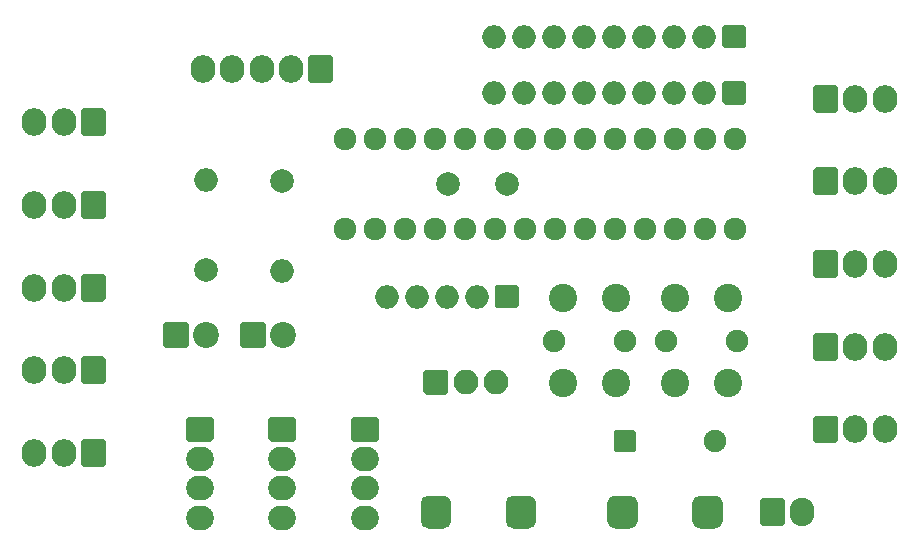
<source format=gbs>
G04 #@! TF.GenerationSoftware,KiCad,Pcbnew,(5.1.8)-1*
G04 #@! TF.CreationDate,2021-05-15T21:03:04+09:00*
G04 #@! TF.ProjectId,TJ3B,544a3342-2e6b-4696-9361-645f70636258,rev?*
G04 #@! TF.SameCoordinates,PX68e7780PY660b0c0*
G04 #@! TF.FileFunction,Soldermask,Bot*
G04 #@! TF.FilePolarity,Negative*
%FSLAX46Y46*%
G04 Gerber Fmt 4.6, Leading zero omitted, Abs format (unit mm)*
G04 Created by KiCad (PCBNEW (5.1.8)-1) date 2021-05-15 21:03:04*
%MOMM*%
%LPD*%
G01*
G04 APERTURE LIST*
%ADD10C,2.000000*%
%ADD11C,2.200000*%
%ADD12O,1.900000X1.900000*%
%ADD13O,2.350000X2.100000*%
%ADD14O,2.100000X2.400000*%
%ADD15O,2.100000X2.350000*%
%ADD16O,2.000000X2.000000*%
%ADD17O,2.100000X2.100000*%
%ADD18C,1.924000*%
%ADD19C,1.900000*%
%ADD20C,2.400000*%
G04 APERTURE END LIST*
D10*
X38500000Y31750000D03*
X43500000Y31750000D03*
G36*
G01*
X14400000Y18100000D02*
X14400000Y19900000D01*
G75*
G02*
X14600000Y20100000I200000J0D01*
G01*
X16400000Y20100000D01*
G75*
G02*
X16600000Y19900000I0J-200000D01*
G01*
X16600000Y18100000D01*
G75*
G02*
X16400000Y17900000I-200000J0D01*
G01*
X14600000Y17900000D01*
G75*
G02*
X14400000Y18100000I0J200000D01*
G01*
G37*
D11*
X18040000Y19000000D03*
X24540000Y19000000D03*
G36*
G01*
X20900000Y18100000D02*
X20900000Y19900000D01*
G75*
G02*
X21100000Y20100000I200000J0D01*
G01*
X22900000Y20100000D01*
G75*
G02*
X23100000Y19900000I0J-200000D01*
G01*
X23100000Y18100000D01*
G75*
G02*
X22900000Y17900000I-200000J0D01*
G01*
X21100000Y17900000D01*
G75*
G02*
X20900000Y18100000I0J200000D01*
G01*
G37*
G36*
G01*
X52550000Y9250000D02*
X52550000Y10750000D01*
G75*
G02*
X52750000Y10950000I200000J0D01*
G01*
X54250000Y10950000D01*
G75*
G02*
X54450000Y10750000I0J-200000D01*
G01*
X54450000Y9250000D01*
G75*
G02*
X54250000Y9050000I-200000J0D01*
G01*
X52750000Y9050000D01*
G75*
G02*
X52550000Y9250000I0J200000D01*
G01*
G37*
D12*
X61120000Y10000000D03*
G36*
G01*
X36200000Y3250000D02*
X36200000Y4750000D01*
G75*
G02*
X36850000Y5400000I650000J0D01*
G01*
X38150000Y5400000D01*
G75*
G02*
X38800000Y4750000I0J-650000D01*
G01*
X38800000Y3250000D01*
G75*
G02*
X38150000Y2600000I-650000J0D01*
G01*
X36850000Y2600000D01*
G75*
G02*
X36200000Y3250000I0J650000D01*
G01*
G37*
G36*
G01*
X43400000Y3250000D02*
X43400000Y4750000D01*
G75*
G02*
X44050000Y5400000I650000J0D01*
G01*
X45350000Y5400000D01*
G75*
G02*
X46000000Y4750000I0J-650000D01*
G01*
X46000000Y3250000D01*
G75*
G02*
X45350000Y2600000I-650000J0D01*
G01*
X44050000Y2600000D01*
G75*
G02*
X43400000Y3250000I0J650000D01*
G01*
G37*
G36*
G01*
X59200000Y3250000D02*
X59200000Y4750000D01*
G75*
G02*
X59850000Y5400000I650000J0D01*
G01*
X61150000Y5400000D01*
G75*
G02*
X61800000Y4750000I0J-650000D01*
G01*
X61800000Y3250000D01*
G75*
G02*
X61150000Y2600000I-650000J0D01*
G01*
X59850000Y2600000D01*
G75*
G02*
X59200000Y3250000I0J650000D01*
G01*
G37*
G36*
G01*
X52000000Y3250000D02*
X52000000Y4750000D01*
G75*
G02*
X52650000Y5400000I650000J0D01*
G01*
X53950000Y5400000D01*
G75*
G02*
X54600000Y4750000I0J-650000D01*
G01*
X54600000Y3250000D01*
G75*
G02*
X53950000Y2600000I-650000J0D01*
G01*
X52650000Y2600000D01*
G75*
G02*
X52000000Y3250000I0J650000D01*
G01*
G37*
D13*
X31500000Y3500000D03*
X31500000Y6000000D03*
X31500000Y8500000D03*
G36*
G01*
X30525000Y12050000D02*
X32475000Y12050000D01*
G75*
G02*
X32675000Y11850000I0J-200000D01*
G01*
X32675000Y10150000D01*
G75*
G02*
X32475000Y9950000I-200000J0D01*
G01*
X30525000Y9950000D01*
G75*
G02*
X30325000Y10150000I0J200000D01*
G01*
X30325000Y11850000D01*
G75*
G02*
X30525000Y12050000I200000J0D01*
G01*
G37*
G36*
G01*
X23525000Y12050000D02*
X25475000Y12050000D01*
G75*
G02*
X25675000Y11850000I0J-200000D01*
G01*
X25675000Y10150000D01*
G75*
G02*
X25475000Y9950000I-200000J0D01*
G01*
X23525000Y9950000D01*
G75*
G02*
X23325000Y10150000I0J200000D01*
G01*
X23325000Y11850000D01*
G75*
G02*
X23525000Y12050000I200000J0D01*
G01*
G37*
X24500000Y8500000D03*
X24500000Y6000000D03*
X24500000Y3500000D03*
G36*
G01*
X16525000Y12050000D02*
X18475000Y12050000D01*
G75*
G02*
X18675000Y11850000I0J-200000D01*
G01*
X18675000Y10150000D01*
G75*
G02*
X18475000Y9950000I-200000J0D01*
G01*
X16525000Y9950000D01*
G75*
G02*
X16325000Y10150000I0J200000D01*
G01*
X16325000Y11850000D01*
G75*
G02*
X16525000Y12050000I200000J0D01*
G01*
G37*
X17500000Y8500000D03*
X17500000Y6000000D03*
X17500000Y3500000D03*
G36*
G01*
X64950000Y3000000D02*
X64950000Y5000000D01*
G75*
G02*
X65150000Y5200000I200000J0D01*
G01*
X66850000Y5200000D01*
G75*
G02*
X67050000Y5000000I0J-200000D01*
G01*
X67050000Y3000000D01*
G75*
G02*
X66850000Y2800000I-200000J0D01*
G01*
X65150000Y2800000D01*
G75*
G02*
X64950000Y3000000I0J200000D01*
G01*
G37*
D14*
X68500000Y4000000D03*
G36*
G01*
X28800000Y42475000D02*
X28800000Y40525000D01*
G75*
G02*
X28600000Y40325000I-200000J0D01*
G01*
X26900000Y40325000D01*
G75*
G02*
X26700000Y40525000I0J200000D01*
G01*
X26700000Y42475000D01*
G75*
G02*
X26900000Y42675000I200000J0D01*
G01*
X28600000Y42675000D01*
G75*
G02*
X28800000Y42475000I0J-200000D01*
G01*
G37*
D15*
X25250000Y41500000D03*
X22750000Y41500000D03*
X20250000Y41500000D03*
X17750000Y41500000D03*
D10*
X18000000Y24500000D03*
D16*
X18000000Y32120000D03*
X24500000Y24380000D03*
D10*
X24500000Y32000000D03*
G36*
G01*
X63750000Y40300000D02*
X63750000Y38700000D01*
G75*
G02*
X63550000Y38500000I-200000J0D01*
G01*
X61950000Y38500000D01*
G75*
G02*
X61750000Y38700000I0J200000D01*
G01*
X61750000Y40300000D01*
G75*
G02*
X61950000Y40500000I200000J0D01*
G01*
X63550000Y40500000D01*
G75*
G02*
X63750000Y40300000I0J-200000D01*
G01*
G37*
D16*
X60210000Y39500000D03*
X57670000Y39500000D03*
X55130000Y39500000D03*
X52590000Y39500000D03*
X50050000Y39500000D03*
X47510000Y39500000D03*
X44970000Y39500000D03*
X42430000Y39500000D03*
X42430000Y44250000D03*
X44970000Y44250000D03*
X47510000Y44250000D03*
X50050000Y44250000D03*
X52590000Y44250000D03*
X55130000Y44250000D03*
X57670000Y44250000D03*
X60210000Y44250000D03*
G36*
G01*
X63750000Y45050000D02*
X63750000Y43450000D01*
G75*
G02*
X63550000Y43250000I-200000J0D01*
G01*
X61950000Y43250000D01*
G75*
G02*
X61750000Y43450000I0J200000D01*
G01*
X61750000Y45050000D01*
G75*
G02*
X61950000Y45250000I200000J0D01*
G01*
X63550000Y45250000D01*
G75*
G02*
X63750000Y45050000I0J-200000D01*
G01*
G37*
X33340000Y22250000D03*
X35880000Y22250000D03*
X38420000Y22250000D03*
X40960000Y22250000D03*
G36*
G01*
X44500000Y23050000D02*
X44500000Y21450000D01*
G75*
G02*
X44300000Y21250000I-200000J0D01*
G01*
X42700000Y21250000D01*
G75*
G02*
X42500000Y21450000I0J200000D01*
G01*
X42500000Y23050000D01*
G75*
G02*
X42700000Y23250000I200000J0D01*
G01*
X44300000Y23250000D01*
G75*
G02*
X44500000Y23050000I0J-200000D01*
G01*
G37*
G36*
G01*
X38350000Y13950000D02*
X36650000Y13950000D01*
G75*
G02*
X36450000Y14150000I0J200000D01*
G01*
X36450000Y15850000D01*
G75*
G02*
X36650000Y16050000I200000J0D01*
G01*
X38350000Y16050000D01*
G75*
G02*
X38550000Y15850000I0J-200000D01*
G01*
X38550000Y14150000D01*
G75*
G02*
X38350000Y13950000I-200000J0D01*
G01*
G37*
D17*
X40040000Y15000000D03*
X42580000Y15000000D03*
D18*
X47620000Y35620000D03*
X47620000Y28000000D03*
X50160000Y28000000D03*
X52700000Y28000000D03*
X55240000Y28000000D03*
X57780000Y28000000D03*
X60320000Y28000000D03*
X60320000Y35620000D03*
X57780000Y35620000D03*
X55240000Y35620000D03*
X52700000Y35620000D03*
X50160000Y35620000D03*
X45080000Y28000000D03*
X42540000Y28000000D03*
X40000000Y28000000D03*
X37460000Y28000000D03*
X34920000Y28000000D03*
X32380000Y28000000D03*
X32380000Y35620000D03*
X34920000Y35620000D03*
X37460000Y35620000D03*
X40000000Y35620000D03*
X42540000Y35620000D03*
X45080000Y35620000D03*
X62860000Y28000000D03*
X62860000Y35620000D03*
X29840000Y28000000D03*
X29840000Y35620000D03*
D19*
X53500000Y18500000D03*
X47500000Y18500000D03*
D20*
X48250000Y22100000D03*
X52750000Y22100000D03*
X48250000Y14900000D03*
X52750000Y14900000D03*
X62250000Y14900000D03*
X57750000Y14900000D03*
X62250000Y22100000D03*
X57750000Y22100000D03*
D19*
X57000000Y18500000D03*
X63000000Y18500000D03*
D15*
X3500000Y37000000D03*
X6000000Y37000000D03*
G36*
G01*
X9550000Y37975000D02*
X9550000Y36025000D01*
G75*
G02*
X9350000Y35825000I-200000J0D01*
G01*
X7650000Y35825000D01*
G75*
G02*
X7450000Y36025000I0J200000D01*
G01*
X7450000Y37975000D01*
G75*
G02*
X7650000Y38175000I200000J0D01*
G01*
X9350000Y38175000D01*
G75*
G02*
X9550000Y37975000I0J-200000D01*
G01*
G37*
G36*
G01*
X9550000Y30975000D02*
X9550000Y29025000D01*
G75*
G02*
X9350000Y28825000I-200000J0D01*
G01*
X7650000Y28825000D01*
G75*
G02*
X7450000Y29025000I0J200000D01*
G01*
X7450000Y30975000D01*
G75*
G02*
X7650000Y31175000I200000J0D01*
G01*
X9350000Y31175000D01*
G75*
G02*
X9550000Y30975000I0J-200000D01*
G01*
G37*
X6000000Y30000000D03*
X3500000Y30000000D03*
X3500000Y23000000D03*
X6000000Y23000000D03*
G36*
G01*
X9550000Y23975000D02*
X9550000Y22025000D01*
G75*
G02*
X9350000Y21825000I-200000J0D01*
G01*
X7650000Y21825000D01*
G75*
G02*
X7450000Y22025000I0J200000D01*
G01*
X7450000Y23975000D01*
G75*
G02*
X7650000Y24175000I200000J0D01*
G01*
X9350000Y24175000D01*
G75*
G02*
X9550000Y23975000I0J-200000D01*
G01*
G37*
G36*
G01*
X9550000Y16975000D02*
X9550000Y15025000D01*
G75*
G02*
X9350000Y14825000I-200000J0D01*
G01*
X7650000Y14825000D01*
G75*
G02*
X7450000Y15025000I0J200000D01*
G01*
X7450000Y16975000D01*
G75*
G02*
X7650000Y17175000I200000J0D01*
G01*
X9350000Y17175000D01*
G75*
G02*
X9550000Y16975000I0J-200000D01*
G01*
G37*
X6000000Y16000000D03*
X3500000Y16000000D03*
X3500000Y9000000D03*
X6000000Y9000000D03*
G36*
G01*
X9550000Y9975000D02*
X9550000Y8025000D01*
G75*
G02*
X9350000Y7825000I-200000J0D01*
G01*
X7650000Y7825000D01*
G75*
G02*
X7450000Y8025000I0J200000D01*
G01*
X7450000Y9975000D01*
G75*
G02*
X7650000Y10175000I200000J0D01*
G01*
X9350000Y10175000D01*
G75*
G02*
X9550000Y9975000I0J-200000D01*
G01*
G37*
X75500000Y39000000D03*
X73000000Y39000000D03*
G36*
G01*
X69450000Y38025000D02*
X69450000Y39975000D01*
G75*
G02*
X69650000Y40175000I200000J0D01*
G01*
X71350000Y40175000D01*
G75*
G02*
X71550000Y39975000I0J-200000D01*
G01*
X71550000Y38025000D01*
G75*
G02*
X71350000Y37825000I-200000J0D01*
G01*
X69650000Y37825000D01*
G75*
G02*
X69450000Y38025000I0J200000D01*
G01*
G37*
G36*
G01*
X69450000Y31025000D02*
X69450000Y32975000D01*
G75*
G02*
X69650000Y33175000I200000J0D01*
G01*
X71350000Y33175000D01*
G75*
G02*
X71550000Y32975000I0J-200000D01*
G01*
X71550000Y31025000D01*
G75*
G02*
X71350000Y30825000I-200000J0D01*
G01*
X69650000Y30825000D01*
G75*
G02*
X69450000Y31025000I0J200000D01*
G01*
G37*
X73000000Y32000000D03*
X75500000Y32000000D03*
X75500000Y25000000D03*
X73000000Y25000000D03*
G36*
G01*
X69450000Y24025000D02*
X69450000Y25975000D01*
G75*
G02*
X69650000Y26175000I200000J0D01*
G01*
X71350000Y26175000D01*
G75*
G02*
X71550000Y25975000I0J-200000D01*
G01*
X71550000Y24025000D01*
G75*
G02*
X71350000Y23825000I-200000J0D01*
G01*
X69650000Y23825000D01*
G75*
G02*
X69450000Y24025000I0J200000D01*
G01*
G37*
G36*
G01*
X69450000Y17025000D02*
X69450000Y18975000D01*
G75*
G02*
X69650000Y19175000I200000J0D01*
G01*
X71350000Y19175000D01*
G75*
G02*
X71550000Y18975000I0J-200000D01*
G01*
X71550000Y17025000D01*
G75*
G02*
X71350000Y16825000I-200000J0D01*
G01*
X69650000Y16825000D01*
G75*
G02*
X69450000Y17025000I0J200000D01*
G01*
G37*
X73000000Y18000000D03*
X75500000Y18000000D03*
G36*
G01*
X69450000Y10025000D02*
X69450000Y11975000D01*
G75*
G02*
X69650000Y12175000I200000J0D01*
G01*
X71350000Y12175000D01*
G75*
G02*
X71550000Y11975000I0J-200000D01*
G01*
X71550000Y10025000D01*
G75*
G02*
X71350000Y9825000I-200000J0D01*
G01*
X69650000Y9825000D01*
G75*
G02*
X69450000Y10025000I0J200000D01*
G01*
G37*
X73000000Y11000000D03*
X75500000Y11000000D03*
M02*

</source>
